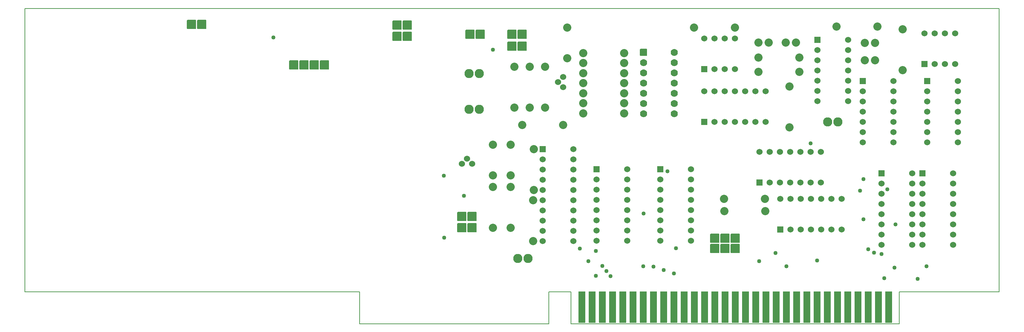
<source format=gbr>
G04 PROTEUS GERBER X2 FILE*
%TF.GenerationSoftware,Labcenter,Proteus,8.9-SP2-Build28501*%
%TF.CreationDate,2021-04-09T23:18:08+00:00*%
%TF.FileFunction,Soldermask,Top*%
%TF.FilePolarity,Negative*%
%TF.Part,Single*%
%TF.SameCoordinates,{17eb0ee2-30aa-48b8-b423-7eda7b5b8fc9}*%
%FSLAX45Y45*%
%MOMM*%
G01*
%TA.AperFunction,Material*%
%ADD25C,1.016000*%
%AMPPAD018*
4,1,36,
0.762000,0.635000,
0.762000,-0.635000,
0.759470,-0.660970,
0.752200,-0.684980,
0.740650,-0.706580,
0.725290,-0.725290,
0.706570,-0.740650,
0.684980,-0.752200,
0.660970,-0.759470,
0.635000,-0.762000,
-0.635000,-0.762000,
-0.660970,-0.759470,
-0.684980,-0.752200,
-0.706570,-0.740650,
-0.725290,-0.725290,
-0.740650,-0.706580,
-0.752200,-0.684980,
-0.759470,-0.660970,
-0.762000,-0.635000,
-0.762000,0.635000,
-0.759470,0.660970,
-0.752200,0.684980,
-0.740650,0.706580,
-0.725290,0.725290,
-0.706570,0.740650,
-0.684980,0.752200,
-0.660970,0.759470,
-0.635000,0.762000,
0.635000,0.762000,
0.660970,0.759470,
0.684980,0.752200,
0.706570,0.740650,
0.725290,0.725290,
0.740650,0.706580,
0.752200,0.684980,
0.759470,0.660970,
0.762000,0.635000,
0*%
%TA.AperFunction,Material*%
%ADD26PPAD018*%
%ADD27C,1.524000*%
%AMPPAD020*
4,1,36,
-0.762000,0.889000,
0.762000,0.889000,
0.787970,0.886470,
0.811980,0.879200,
0.833580,0.867650,
0.852290,0.852290,
0.867650,0.833570,
0.879200,0.811980,
0.886470,0.787970,
0.889000,0.762000,
0.889000,-0.762000,
0.886470,-0.787970,
0.879200,-0.811980,
0.867650,-0.833570,
0.852290,-0.852290,
0.833580,-0.867650,
0.811980,-0.879200,
0.787970,-0.886470,
0.762000,-0.889000,
-0.762000,-0.889000,
-0.787970,-0.886470,
-0.811980,-0.879200,
-0.833580,-0.867650,
-0.852290,-0.852290,
-0.867650,-0.833570,
-0.879200,-0.811980,
-0.886470,-0.787970,
-0.889000,-0.762000,
-0.889000,0.762000,
-0.886470,0.787970,
-0.879200,0.811980,
-0.867650,0.833570,
-0.852290,0.852290,
-0.833580,0.867650,
-0.811980,0.879200,
-0.787970,0.886470,
-0.762000,0.889000,
0*%
%TA.AperFunction,Material*%
%ADD28PPAD020*%
%ADD29C,1.778000*%
%TA.AperFunction,Material*%
%ADD72C,2.032000*%
%AMPPAD023*
4,1,36,
-0.635000,0.762000,
0.635000,0.762000,
0.660970,0.759470,
0.684980,0.752200,
0.706580,0.740650,
0.725290,0.725290,
0.740650,0.706570,
0.752200,0.684980,
0.759470,0.660970,
0.762000,0.635000,
0.762000,-0.635000,
0.759470,-0.660970,
0.752200,-0.684980,
0.740650,-0.706570,
0.725290,-0.725290,
0.706580,-0.740650,
0.684980,-0.752200,
0.660970,-0.759470,
0.635000,-0.762000,
-0.635000,-0.762000,
-0.660970,-0.759470,
-0.684980,-0.752200,
-0.706580,-0.740650,
-0.725290,-0.725290,
-0.740650,-0.706570,
-0.752200,-0.684980,
-0.759470,-0.660970,
-0.762000,-0.635000,
-0.762000,0.635000,
-0.759470,0.660970,
-0.752200,0.684980,
-0.740650,0.706570,
-0.725290,0.725290,
-0.706580,0.740650,
-0.684980,0.752200,
-0.660970,0.759470,
-0.635000,0.762000,
0*%
%TA.AperFunction,Material*%
%ADD73PPAD023*%
%AMPPAD024*
4,1,36,
-1.143000,-1.016000,
-1.143000,1.016000,
-1.140470,1.041970,
-1.133200,1.065980,
-1.121650,1.087580,
-1.106290,1.106290,
-1.087570,1.121650,
-1.065980,1.133200,
-1.041970,1.140470,
-1.016000,1.143000,
1.016000,1.143000,
1.041970,1.140470,
1.065980,1.133200,
1.087570,1.121650,
1.106290,1.106290,
1.121650,1.087580,
1.133200,1.065980,
1.140470,1.041970,
1.143000,1.016000,
1.143000,-1.016000,
1.140470,-1.041970,
1.133200,-1.065980,
1.121650,-1.087580,
1.106290,-1.106290,
1.087570,-1.121650,
1.065980,-1.133200,
1.041970,-1.140470,
1.016000,-1.143000,
-1.016000,-1.143000,
-1.041970,-1.140470,
-1.065980,-1.133200,
-1.087570,-1.121650,
-1.106290,-1.106290,
-1.121650,-1.087580,
-1.133200,-1.065980,
-1.140470,-1.041970,
-1.143000,-1.016000,
0*%
%TA.AperFunction,Material*%
%ADD30PPAD024*%
%ADD31C,2.286000*%
%AMPPAD026*
4,1,36,
1.016000,-1.143000,
-1.016000,-1.143000,
-1.041970,-1.140470,
-1.065980,-1.133200,
-1.087580,-1.121650,
-1.106290,-1.106290,
-1.121650,-1.087570,
-1.133200,-1.065980,
-1.140470,-1.041970,
-1.143000,-1.016000,
-1.143000,1.016000,
-1.140470,1.041970,
-1.133200,1.065980,
-1.121650,1.087570,
-1.106290,1.106290,
-1.087580,1.121650,
-1.065980,1.133200,
-1.041970,1.140470,
-1.016000,1.143000,
1.016000,1.143000,
1.041970,1.140470,
1.065980,1.133200,
1.087580,1.121650,
1.106290,1.106290,
1.121650,1.087570,
1.133200,1.065980,
1.140470,1.041970,
1.143000,1.016000,
1.143000,-1.016000,
1.140470,-1.041970,
1.133200,-1.065980,
1.121650,-1.087570,
1.106290,-1.106290,
1.087580,-1.121650,
1.065980,-1.133200,
1.041970,-1.140470,
1.016000,-1.143000,
0*%
%ADD32PPAD026*%
%AMPPAD027*
4,1,36,
-0.750000,6.970000,
0.750000,6.970000,
0.770450,6.968010,
0.789360,6.962290,
0.806360,6.953190,
0.821090,6.941090,
0.833190,6.926360,
0.842280,6.909360,
0.848010,6.890450,
0.850000,6.870000,
0.850000,-0.750000,
0.848010,-0.770450,
0.842280,-0.789360,
0.833190,-0.806360,
0.821090,-0.821090,
0.806360,-0.833190,
0.789360,-0.842290,
0.770450,-0.848010,
0.750000,-0.850000,
-0.750000,-0.850000,
-0.770450,-0.848010,
-0.789360,-0.842290,
-0.806360,-0.833190,
-0.821090,-0.821090,
-0.833190,-0.806360,
-0.842280,-0.789360,
-0.848010,-0.770450,
-0.850000,-0.750000,
-0.850000,6.870000,
-0.848010,6.890450,
-0.842280,6.909360,
-0.833190,6.926360,
-0.821090,6.941090,
-0.806360,6.953190,
-0.789360,6.962290,
-0.770450,6.968010,
-0.750000,6.970000,
0*%
%TA.AperFunction,Material*%
%ADD33PPAD027*%
%TA.AperFunction,Profile*%
%ADD21C,0.203200*%
%TD.AperFunction*%
D25*
X-9779000Y+3937000D03*
X-11950000Y+2020000D03*
X-6223000Y+4635500D03*
X-14110000Y+6963000D03*
X-15320000Y+2286000D03*
X-19562000Y+7268000D03*
X-14830000Y+3330000D03*
X-15330000Y+3830000D03*
X-4645000Y+1917000D03*
X-4993000Y+3460000D03*
X-6063257Y+1723000D03*
X-10366000Y+2887000D03*
X-11744000Y+1706000D03*
X-4792000Y+2000000D03*
X-7499000Y+1706000D03*
X-11390000Y+1586000D03*
X-11291000Y+1462000D03*
X-11187000Y+1332000D03*
X-9619000Y+1397000D03*
X-9873000Y+1480000D03*
X-10127000Y+1567000D03*
X-10381000Y+1575000D03*
X-6825000Y+1580000D03*
X-7091000Y+1910000D03*
X-9565000Y+2029000D03*
X-11557000Y+1956000D03*
X-11557000Y+1337000D03*
X-4464000Y+1880000D03*
X-4111000Y+2622000D03*
X-4905000Y+2745000D03*
X-4907000Y+3748000D03*
X-4318000Y+3492500D03*
X-4141000Y+1543000D03*
X-4390000Y+1280000D03*
X-3340000Y+1580000D03*
X-3560000Y+1260000D03*
D26*
X-11540000Y+3988000D03*
D27*
X-11540000Y+3734000D03*
X-11540000Y+3480000D03*
X-11540000Y+3226000D03*
X-11540000Y+2972000D03*
X-11540000Y+2718000D03*
X-11540000Y+2464000D03*
X-11540000Y+2210000D03*
X-10778000Y+2210000D03*
X-10778000Y+2464000D03*
X-10778000Y+2718000D03*
X-10778000Y+2972000D03*
X-10778000Y+3226000D03*
X-10778000Y+3480000D03*
X-10778000Y+3734000D03*
X-10778000Y+3988000D03*
D26*
X-9952000Y+3988000D03*
D27*
X-9952000Y+3734000D03*
X-9952000Y+3480000D03*
X-9952000Y+3226000D03*
X-9952000Y+2972000D03*
X-9952000Y+2718000D03*
X-9952000Y+2464000D03*
X-9952000Y+2210000D03*
X-9190000Y+2210000D03*
X-9190000Y+2464000D03*
X-9190000Y+2718000D03*
X-9190000Y+2972000D03*
X-9190000Y+3226000D03*
X-9190000Y+3480000D03*
X-9190000Y+3734000D03*
X-9190000Y+3988000D03*
D28*
X-10366000Y+6892000D03*
D29*
X-10366000Y+6638000D03*
X-10366000Y+6384000D03*
X-10366000Y+6130000D03*
X-10366000Y+5876000D03*
X-10366000Y+5622000D03*
X-10366000Y+5368000D03*
X-9604000Y+5368000D03*
X-9604000Y+5622000D03*
X-9604000Y+5876000D03*
X-9604000Y+6130000D03*
X-9604000Y+6384000D03*
X-9604000Y+6638000D03*
X-9604000Y+6892000D03*
D72*
X-11866000Y+5380000D03*
X-10850000Y+5380000D03*
X-11866000Y+5630000D03*
X-10850000Y+5630000D03*
X-11866000Y+5880000D03*
X-10850000Y+5880000D03*
X-11866000Y+6130000D03*
X-10850000Y+6130000D03*
X-11866000Y+6380000D03*
X-10850000Y+6380000D03*
X-11866000Y+6630000D03*
X-10850000Y+6630000D03*
X-11866000Y+6880000D03*
X-10850000Y+6880000D03*
D26*
X-6050000Y+7210000D03*
D27*
X-6050000Y+6956000D03*
X-6050000Y+6702000D03*
X-6050000Y+6448000D03*
X-6050000Y+6194000D03*
X-6050000Y+5940000D03*
X-6050000Y+5686000D03*
X-5288000Y+5686000D03*
X-5288000Y+5940000D03*
X-5288000Y+6194000D03*
X-5288000Y+6448000D03*
X-5288000Y+6702000D03*
X-5288000Y+6956000D03*
X-5288000Y+7210000D03*
D73*
X-8860000Y+5168000D03*
D27*
X-8606000Y+5168000D03*
X-8352000Y+5168000D03*
X-8098000Y+5168000D03*
X-7844000Y+5168000D03*
X-7590000Y+5168000D03*
X-7336000Y+5168000D03*
X-7336000Y+5930000D03*
X-7590000Y+5930000D03*
X-7844000Y+5930000D03*
X-8098000Y+5930000D03*
X-8352000Y+5930000D03*
X-8606000Y+5930000D03*
X-8860000Y+5930000D03*
D26*
X-4462000Y+3888000D03*
D27*
X-4462000Y+3634000D03*
X-4462000Y+3380000D03*
X-4462000Y+3126000D03*
X-4462000Y+2872000D03*
X-4462000Y+2618000D03*
X-4462000Y+2364000D03*
X-4462000Y+2110000D03*
X-3700000Y+2110000D03*
X-3700000Y+2364000D03*
X-3700000Y+2618000D03*
X-3700000Y+2872000D03*
X-3700000Y+3126000D03*
X-3700000Y+3380000D03*
X-3700000Y+3634000D03*
X-3700000Y+3888000D03*
D26*
X-3441000Y+3891000D03*
D27*
X-3441000Y+3637000D03*
X-3441000Y+3383000D03*
X-3441000Y+3129000D03*
X-3441000Y+2875000D03*
X-3441000Y+2621000D03*
X-3441000Y+2367000D03*
X-3441000Y+2113000D03*
X-2679000Y+2113000D03*
X-2679000Y+2367000D03*
X-2679000Y+2621000D03*
X-2679000Y+2875000D03*
X-2679000Y+3129000D03*
X-2679000Y+3383000D03*
X-2679000Y+3637000D03*
X-2679000Y+3891000D03*
D26*
X-3329000Y+6182000D03*
D27*
X-3329000Y+5928000D03*
X-3329000Y+5674000D03*
X-3329000Y+5420000D03*
X-3329000Y+5166000D03*
X-3329000Y+4912000D03*
X-3329000Y+4658000D03*
X-2567000Y+4658000D03*
X-2567000Y+4912000D03*
X-2567000Y+5166000D03*
X-2567000Y+5420000D03*
X-2567000Y+5674000D03*
X-2567000Y+5928000D03*
X-2567000Y+6182000D03*
D26*
X-4922000Y+6182000D03*
D27*
X-4922000Y+5928000D03*
X-4922000Y+5674000D03*
X-4922000Y+5420000D03*
X-4922000Y+5166000D03*
X-4922000Y+4912000D03*
X-4922000Y+4658000D03*
X-4160000Y+4658000D03*
X-4160000Y+4912000D03*
X-4160000Y+5166000D03*
X-4160000Y+5420000D03*
X-4160000Y+5674000D03*
X-4160000Y+5928000D03*
X-4160000Y+6182000D03*
D26*
X-12872000Y+4492000D03*
D27*
X-12872000Y+4238000D03*
X-12872000Y+3984000D03*
X-12872000Y+3730000D03*
X-12872000Y+3476000D03*
X-12872000Y+3222000D03*
X-12872000Y+2968000D03*
X-12872000Y+2714000D03*
X-12872000Y+2460000D03*
X-12872000Y+2206000D03*
X-12110000Y+2206000D03*
X-12110000Y+2460000D03*
X-12110000Y+2714000D03*
X-12110000Y+2968000D03*
X-12110000Y+3222000D03*
X-12110000Y+3476000D03*
X-12110000Y+3730000D03*
X-12110000Y+3984000D03*
X-12110000Y+4238000D03*
X-12110000Y+4492000D03*
D72*
X-13112000Y+3224000D03*
X-13112000Y+2208000D03*
D73*
X-3396000Y+6610000D03*
D27*
X-3142000Y+6610000D03*
X-2888000Y+6610000D03*
X-2634000Y+6610000D03*
X-2634000Y+7372000D03*
X-2888000Y+7372000D03*
X-3142000Y+7372000D03*
X-3396000Y+7372000D03*
D72*
X-4874000Y+7131000D03*
X-4620000Y+7131000D03*
X-4874000Y+6700000D03*
X-4620000Y+6700000D03*
X-5574000Y+7534000D03*
X-4558000Y+7534000D03*
X-3936000Y+6454000D03*
X-3936000Y+7470000D03*
X-6742000Y+6044000D03*
X-6742000Y+5028000D03*
X-8360000Y+2950000D03*
X-7344000Y+2950000D03*
D30*
X-8598000Y+2016000D03*
X-8598000Y+2270000D03*
X-8344000Y+2016000D03*
X-8344000Y+2270000D03*
X-8090000Y+2016000D03*
X-8090000Y+2270000D03*
D31*
X-13494000Y+1770000D03*
X-13240000Y+1770000D03*
D72*
X-7514000Y+7140000D03*
X-7260000Y+7140000D03*
X-6840000Y+7140000D03*
X-6586000Y+7140000D03*
D31*
X-14704000Y+6370000D03*
X-14450000Y+6370000D03*
X-14704000Y+5480000D03*
X-14450000Y+5480000D03*
X-5794000Y+5170000D03*
X-5540000Y+5170000D03*
D72*
X-14110000Y+3840000D03*
X-14110000Y+4602000D03*
X-13670000Y+3838000D03*
X-13670000Y+4600000D03*
X-12270000Y+7510000D03*
X-12270000Y+6748000D03*
D27*
X-12370000Y+6286000D03*
X-12497000Y+6159000D03*
X-12370000Y+6032000D03*
X-14629000Y+4130000D03*
X-14756000Y+4257000D03*
X-14883000Y+4130000D03*
D72*
X-13200000Y+5520000D03*
X-13200000Y+6536000D03*
X-13386000Y+5090000D03*
X-12370000Y+5090000D03*
X-14110000Y+2534000D03*
X-14110000Y+3550000D03*
X-13580000Y+6540000D03*
X-13580000Y+5524000D03*
X-9116000Y+7510000D03*
X-8100000Y+7510000D03*
X-6500000Y+6770000D03*
X-7516000Y+6770000D03*
X-13100000Y+3474000D03*
X-13100000Y+4490000D03*
X-8370000Y+3250000D03*
X-7354000Y+3250000D03*
X-13670000Y+3546000D03*
X-13670000Y+2530000D03*
X-6500000Y+6410000D03*
X-7516000Y+6410000D03*
D73*
X-8862000Y+6478000D03*
D27*
X-8608000Y+6478000D03*
X-8354000Y+6478000D03*
X-8100000Y+6478000D03*
X-8100000Y+7240000D03*
X-8354000Y+7240000D03*
X-8608000Y+7240000D03*
X-8862000Y+7240000D03*
D73*
X-7490000Y+3658000D03*
D27*
X-7236000Y+3658000D03*
X-6982000Y+3658000D03*
X-6728000Y+3658000D03*
X-6474000Y+3658000D03*
X-6220000Y+3658000D03*
X-5966000Y+3658000D03*
X-5966000Y+4420000D03*
X-6220000Y+4420000D03*
X-6474000Y+4420000D03*
X-6728000Y+4420000D03*
X-6982000Y+4420000D03*
X-7236000Y+4420000D03*
X-7490000Y+4420000D03*
D73*
X-6974000Y+2488000D03*
D27*
X-6720000Y+2488000D03*
X-6466000Y+2488000D03*
X-6212000Y+2488000D03*
X-5958000Y+2488000D03*
X-5704000Y+2488000D03*
X-5450000Y+2488000D03*
X-5450000Y+3250000D03*
X-5704000Y+3250000D03*
X-5958000Y+3250000D03*
X-6212000Y+3250000D03*
X-6466000Y+3250000D03*
X-6720000Y+3250000D03*
X-6974000Y+3250000D03*
D32*
X-21346000Y+7585000D03*
X-21600000Y+7585000D03*
X-14630000Y+2530000D03*
X-14884000Y+2530000D03*
X-14630000Y+2810000D03*
X-14884000Y+2810000D03*
X-14682000Y+7340000D03*
X-14428000Y+7340000D03*
X-16489000Y+7575000D03*
X-16235000Y+7575000D03*
X-16489000Y+7295000D03*
X-16235000Y+7295000D03*
X-13636000Y+7340000D03*
X-13382000Y+7340000D03*
X-13636000Y+7050000D03*
X-13382000Y+7050000D03*
X-18801000Y+6584000D03*
X-19055000Y+6584000D03*
X-18291000Y+6584000D03*
X-18545000Y+6584000D03*
D33*
X-11905000Y+260000D03*
X-11651000Y+260000D03*
X-11397000Y+260000D03*
X-11143000Y+260000D03*
X-10889000Y+260000D03*
X-10635000Y+260000D03*
X-10381000Y+260000D03*
X-10127000Y+260000D03*
X-9873000Y+260000D03*
X-9619000Y+260000D03*
X-9365000Y+260000D03*
X-9111000Y+260000D03*
X-8857000Y+260000D03*
X-8603000Y+260000D03*
X-8349000Y+260000D03*
X-8095000Y+260000D03*
X-7841000Y+260000D03*
X-7587000Y+260000D03*
X-7333000Y+260000D03*
X-7079000Y+260000D03*
X-6825000Y+260000D03*
X-6571000Y+260000D03*
X-6317000Y+260000D03*
X-6063000Y+260000D03*
X-5809000Y+260000D03*
X-5555000Y+260000D03*
X-5301000Y+260000D03*
X-5047000Y+260000D03*
X-4793000Y+260000D03*
X-4539000Y+260000D03*
X-4285000Y+260000D03*
X-11905000Y+260000D03*
X-11651000Y+260000D03*
X-11397000Y+260000D03*
X-11143000Y+260000D03*
X-10889000Y+260000D03*
X-10635000Y+260000D03*
X-10381000Y+260000D03*
X-10127000Y+260000D03*
X-9873000Y+260000D03*
X-9619000Y+260000D03*
X-9365000Y+260000D03*
X-9111000Y+260000D03*
X-8857000Y+260000D03*
X-8603000Y+260000D03*
X-8349000Y+260000D03*
X-8095000Y+260000D03*
X-7841000Y+260000D03*
X-7587000Y+260000D03*
X-7333000Y+260000D03*
X-7079000Y+260000D03*
X-6825000Y+260000D03*
X-6571000Y+260000D03*
X-6317000Y+260000D03*
X-6063000Y+260000D03*
X-5809000Y+260000D03*
X-5555000Y+260000D03*
X-5301000Y+260000D03*
X-5047000Y+260000D03*
X-4793000Y+260000D03*
X-4539000Y+260000D03*
X-11905000Y+260000D03*
X-11651000Y+260000D03*
X-11397000Y+260000D03*
X-11397000Y+260000D03*
X-11143000Y+260000D03*
X-10889000Y+260000D03*
X-10635000Y+260000D03*
X-10381000Y+260000D03*
X-10889000Y+260000D03*
X-10635000Y+260000D03*
X-10381000Y+260000D03*
X-10381000Y+260000D03*
X-10127000Y+260000D03*
X-9873000Y+260000D03*
X-9619000Y+260000D03*
X-9365000Y+260000D03*
X-9111000Y+260000D03*
X-8857000Y+260000D03*
X-8603000Y+260000D03*
X-8349000Y+260000D03*
X-9873000Y+260000D03*
X-9619000Y+260000D03*
X-9365000Y+260000D03*
X-9365000Y+260000D03*
X-9111000Y+260000D03*
X-8857000Y+260000D03*
X-8603000Y+260000D03*
X-8349000Y+260000D03*
X-8857000Y+260000D03*
X-8603000Y+260000D03*
X-8349000Y+260000D03*
X-8349000Y+260000D03*
X-8095000Y+260000D03*
X-7841000Y+260000D03*
X-7587000Y+260000D03*
X-7333000Y+260000D03*
X-7079000Y+260000D03*
X-6825000Y+260000D03*
X-6571000Y+260000D03*
X-6317000Y+260000D03*
X-6063000Y+260000D03*
X-5809000Y+260000D03*
X-5555000Y+260000D03*
X-5301000Y+260000D03*
X-5047000Y+260000D03*
X-4793000Y+260000D03*
X-4539000Y+260000D03*
X-4285000Y+260000D03*
X-7841000Y+260000D03*
X-7587000Y+260000D03*
X-7333000Y+260000D03*
X-7333000Y+260000D03*
X-7079000Y+260000D03*
X-6825000Y+260000D03*
X-6571000Y+260000D03*
X-6317000Y+260000D03*
X-6825000Y+260000D03*
X-6571000Y+260000D03*
X-6317000Y+260000D03*
X-6317000Y+260000D03*
X-6063000Y+260000D03*
X-5809000Y+260000D03*
X-5555000Y+260000D03*
X-5301000Y+260000D03*
X-5047000Y+260000D03*
X-4793000Y+260000D03*
X-4539000Y+260000D03*
X-4285000Y+260000D03*
X-5809000Y+260000D03*
X-5555000Y+260000D03*
X-5301000Y+260000D03*
X-5301000Y+260000D03*
X-5047000Y+260000D03*
X-4793000Y+260000D03*
X-4539000Y+260000D03*
X-4285000Y+260000D03*
X-4793000Y+260000D03*
X-4539000Y+260000D03*
X-4285000Y+260000D03*
X-4285000Y+260000D03*
D72*
X-12817000Y+6536000D03*
X-12817000Y+5520000D03*
D21*
X-4020000Y+940000D02*
X-1537000Y+940000D01*
X-1537000Y+7990000D01*
X-25739000Y+7990000D01*
X-25739000Y+940000D01*
X-12170000Y+150000D02*
X-12170000Y+940000D01*
X-17420000Y+940000D02*
X-25739000Y+940000D01*
X-12170000Y+150000D02*
X-4020000Y+150000D01*
X-4020000Y+940000D01*
X-12720000Y+150000D02*
X-12720000Y+940000D01*
X-12170000Y+940000D01*
X-17420000Y+940000D02*
X-17420000Y+150000D01*
X-12720000Y+150000D01*
M02*

</source>
